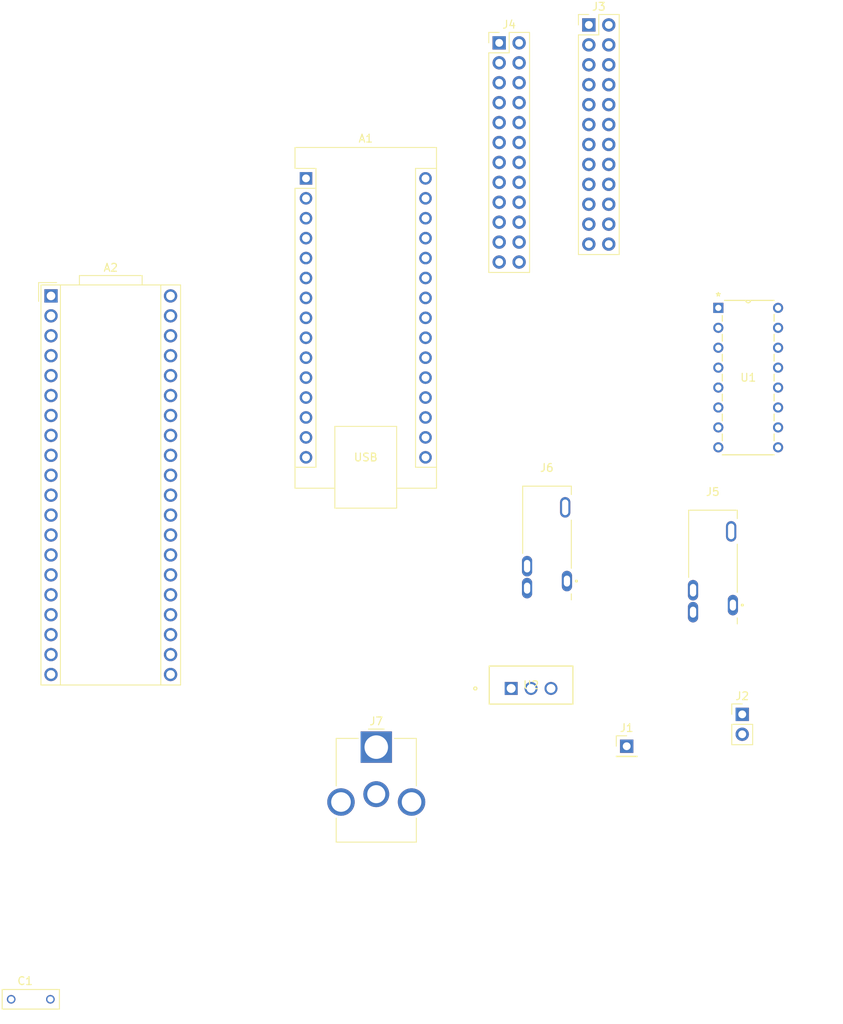
<source format=kicad_pcb>
(kicad_pcb (version 20240108) (generator "pcbnew") (generator_version "8.0")
  (layers (0 "F.Cu" signal) (31 "B.Cu" signal) (34 "B.Paste" user) (35 "F.Paste" user) (36 "B.SilkS" user "B.Silkscreen") (37 "F.SilkS" user "F.Silkscreen") (38 "B.Mask" user) (39 "F.Mask" user) (44 "Edge.Cuts" user))
  (net 0 "")
  (net 1 "Net-(A1-SCL{slash}A5)")
  (net 2 "Net-(A1-D6)")
  (net 3 "Net-(A1-SCK)")
  (net 4 "Net-(A1-D4)")
  (net 5 "Net-(A1-D8)")
  (net 6 "Net-(A1-MISO)")
  (net 9 "GND")
  (net 10 "Net-(A1-D3)")
  (net 11 "Net-(A1-TX1)")
  (net 12 "Net-(A1-D2)")
  (net 13 "Net-(A1-A0)")
  (net 14 "Net-(A1-SDA{slash}A4)")
  (net 15 "Net-(A1-A2)")
  (net 17 "Net-(A1-A6)")
  (net 19 "Net-(A1-RX1)")
  (net 20 "Net-(A1-MOSI)")
  (net 21 "Vin")
  (net 23 "Net-(A1-D5)")
  (net 25 "Net-(A1-A1)")
  (net 26 "Net-(A1-D10)")
  (net 27 "Net-(A1-A3)")
  (net 28 "Net-(A1-D9)")
  (net 29 "Net-(A1-D7)")
  (net 33 "Net-(A2-3V3_D)")
  (net 35 "Net-(A2-AUDIO_OUT_2)")
  (net 37 "Net-(A2-AUDIO_IN_1)")
  (net 38 "Net-(A2-USART1_TX)")
  (net 44 "Net-(A2-AUDIO_OUT_1)")
  (net 52 "Net-(A2-USART1_RX)")
  (net 54 "Net-(A2-AUDIO_IN_2)")
  (net 58 "VCC")
  (net 59 "Net-(J2-Pin_1)")
  (footprint "Connector_PinHeader_2.54mm:PinHeader_2x12_P2.54mm_Vertical" (layer "F.Cu") (at 153.67 30.226)
    (property "Reference" "J4" (at 1.27 -2.33 0) (layer "F.SilkS"))
    (property "Value" "Conn_02x12_Odd_Even")
    (fp_line (start -1.33 -1.33) (end 0 -1.33) (stroke (width 0.12)) (layer "F.SilkS"))
    (fp_line (start -1.33 0) (end -1.33 -1.33) (stroke (width 0.12)) (layer "F.SilkS"))
    (fp_line (start -1.33 1.27) (end -1.33 29.27) (stroke (width 0.12)) (layer "F.SilkS"))
    (fp_line (start -1.33 1.27) (end 1.27 1.27) (stroke (width 0.12)) (layer "F.SilkS"))
    (fp_line (start -1.33 29.27) (end 3.87 29.27) (stroke (width 0.12)) (layer "F.SilkS"))
    (fp_line (start 1.27 -1.33) (end 3.87 -1.33) (stroke (width 0.12)) (layer "F.SilkS"))
    (fp_line (start 1.27 1.27) (end 1.27 -1.33) (stroke (width 0.12)) (layer "F.SilkS"))
    (fp_line (start 3.87 -1.33) (end 3.87 29.27) (stroke (width 0.12)) (layer "F.SilkS"))
    (pad "1" thru_hole rect (at 0 0) (size 1.7 1.7) (drill 1) (layers "*.Cu" "*.Mask") (net 13 "Net-(A1-A0)"))
    (pad "2" thru_hole oval (at 2.54 0) (size 1.7 1.7) (drill 1) (layers "*.Cu" "*.Mask") (net 25 "Net-(A1-A1)"))
    (pad "3" thru_hole oval (at 0 2.54) (size 1.7 1.7) (drill 1) (layers "*.Cu" "*.Mask") (net 15 "Net-(A1-A2)"))
    (pad "4" thru_hole oval (at 2.54 2.54) (size 1.7 1.7) (drill 1) (layers "*.Cu" "*.Mask") (net 27 "Net-(A1-A3)"))
    (pad "5" thru_hole oval (at 0 5.08) (size 1.7 1.7) (drill 1) (layers "*.Cu" "*.Mask") (net 14 "Net-(A1-SDA{slash}A4)"))
    (pad "6" thru_hole oval (at 2.54 5.08) (size 1.7 1.7) (drill 1) (layers "*.Cu" "*.Mask") (net 12 "Net-(A1-D2)"))
    (pad "7" thru_hole oval (at 0 7.62) (size 1.7 1.7) (drill 1) (layers "*.Cu" "*.Mask") (net 10 "Net-(A1-D3)"))
    (pad "8" thru_hole oval (at 2.54 7.62) (size 1.7 1.7) (drill 1) (layers "*.Cu" "*.Mask") (net 4 "Net-(A1-D4)"))
    (pad "9" thru_hole oval (at 0 10.16) (size 1.7 1.7) (drill 1) (layers "*.Cu" "*.Mask") (net 23 "Net-(A1-D5)"))
    (pad "10" thru_hole oval (at 2.54 10.16) (size 1.7 1.7) (drill 1) (layers "*.Cu" "*.Mask") (net 2 "Net-(A1-D6)"))
    (pad "11" thru_hole oval (at 0 12.7) (size 1.7 1.7) (drill 1) (layers "*.Cu" "*.Mask") (net 29 "Net-(A1-D7)"))
    (pad "12" thru_hole oval (at 2.54 12.7) (size 1.7 1.7) (drill 1) (layers "*.Cu" "*.Mask") (net 5 "Net-(A1-D8)"))
    (pad "13" thru_hole oval (at 0 15.24) (size 1.7 1.7) (drill 1) (layers "*.Cu" "*.Mask") (net 28 "Net-(A1-D9)"))
    (pad "14" thru_hole oval (at 2.54 15.24) (size 1.7 1.7) (drill 1) (layers "*.Cu" "*.Mask") (net 26 "Net-(A1-D10)"))
    (pad "15" thru_hole oval (at 0 17.78) (size 1.7 1.7) (drill 1) (layers "*.Cu" "*.Mask") (net 20 "Net-(A1-MOSI)"))
    (pad "16" thru_hole oval (at 2.54 17.78) (size 1.7 1.7) (drill 1) (layers "*.Cu" "*.Mask") (net 6 "Net-(A1-MISO)"))
    (pad "17" thru_hole oval (at 0 20.32) (size 1.7 1.7) (drill 1) (layers "*.Cu" "*.Mask") (net 3 "Net-(A1-SCK)"))
    (pad "18" thru_hole oval (at 2.54 20.32) (size 1.7 1.7) (drill 1) (layers "*.Cu" "*.Mask") (net 1 "Net-(A1-SCL{slash}A5)"))
    (pad "19" thru_hole oval (at 0 22.86) (size 1.7 1.7) (drill 1) (layers "*.Cu" "*.Mask") (net 17 "Net-(A1-A6)"))
    (pad "20" thru_hole oval (at 2.54 22.86) (size 1.7 1.7) (drill 1) (layers "*.Cu" "*.Mask") (net 58 "VCC"))
    (pad "21" thru_hole oval (at 0 25.4) (size 1.7 1.7) (drill 1) (layers "*.Cu" "*.Mask") (net 9 "GND"))
    (pad "22" thru_hole oval (at 2.54 25.4) (size 1.7 1.7) (drill 1) (layers "*.Cu" "*.Mask") (net 58 "VCC"))
    (pad "23" thru_hole oval (at 0 27.94) (size 1.7 1.7) (drill 1) (layers "*.Cu" "*.Mask") (net 9 "GND"))
    (pad "24" thru_hole oval (at 2.54 27.94) (size 1.7 1.7) (drill 1) (layers "*.Cu" "*.Mask") (net 58 "VCC"))
  )
  (footprint "Connector_BarrelJack:BarrelJack_CUI_PJ-063AH_Horizontal_CircularHoles" (layer "F.Cu") (at 137.994 120)
    (property "Reference" "J7" (at 0 -3.3 0) (layer "F.SilkS"))
    (property "Value" "Barrel_Jack_Switch_Pin3Ring")
    (fp_line (start -5.11 -1.11) (end -2.3 -1.11) (stroke (width 0.12)) (layer "F.SilkS"))
    (fp_line (start -5.11 4.95) (end -5.11 -1.11) (stroke (width 0.12)) (layer "F.SilkS"))
    (fp_line (start -5.11 12.11) (end -5.11 9.05) (stroke (width 0.12)) (layer "F.SilkS"))
    (fp_line (start -1 -2.3) (end 1 -2.3) (stroke (width 0.12)) (layer "F.SilkS"))
    (fp_line (start 2.3 -1.11) (end 5.11 -1.11) (stroke (width 0.12)) (layer "F.SilkS"))
    (fp_line (start 5.11 -1.11) (end 5.11 4.95) (stroke (width 0.12)) (layer "F.SilkS"))
    (fp_line (start 5.11 9.05) (end 5.11 12.11) (stroke (width 0.12)) (layer "F.SilkS"))
    (fp_line (start 5.11 12.11) (end -5.11 12.11) (stroke (width 0.12)) (layer "F.SilkS"))
    (pad "" np_thru_hole circle (at 0 9) (size 1.6 1.6) (drill 1.6) (layers "*.Cu" "*.Mask"))
    (pad "1" thru_hole rect (at 0 0) (size 4 4) (drill 3) (layers "*.Cu" "*.Mask") (net 21 "Vin"))
    (pad "2" thru_hole circle (at 0 6) (size 3.3 3.3) (drill 2.3) (layers "*.Cu" "*.Mask"))
    (pad "MP" thru_hole circle (at -4.5 7) (size 3.5 3.5) (drill 2.5) (layers "*.Cu" "*.Mask"))
    (pad "MP" thru_hole circle (at 4.5 7) (size 3.5 3.5) (drill 2.5) (layers "*.Cu" "*.Mask"))
  )
  (footprint "Module:Arduino_Nano" (layer "F.Cu") (at 129.032 47.498)
    (property "Reference" "A1" (at 7.62 -5.08 0) (layer "F.SilkS"))
    (property "Value" "Arduino_Nano_Every")
    (fp_line (start -1.4 -3.94) (end -1.4 -1.27) (stroke (width 0.12)) (layer "F.SilkS"))
    (fp_line (start -1.4 1.27) (end -1.4 39.5) (stroke (width 0.12)) (layer "F.SilkS"))
    (fp_line (start -1.4 39.5) (end 3.68 39.5) (stroke (width 0.12)) (layer "F.SilkS"))
    (fp_line (start 1.27 -1.27) (end -1.4 -1.27) (stroke (width 0.12)) (layer "F.SilkS"))
    (fp_line (start 1.27 1.27) (end -1.4 1.27) (stroke (width 0.12)) (layer "F.SilkS"))
    (fp_line (start 1.27 1.27) (end 1.27 -1.27) (stroke (width 0.12)) (layer "F.SilkS"))
    (fp_line (start 1.27 1.27) (end 1.27 36.83) (stroke (width 0.12)) (layer "F.SilkS"))
    (fp_line (start 1.27 36.83) (end -1.4 36.83) (stroke (width 0.12)) (layer "F.SilkS"))
    (fp_line (start 3.68 31.62) (end 11.56 31.62) (stroke (width 0.12)) (layer "F.SilkS"))
    (fp_line (start 3.68 42.04) (end 3.68 31.62) (stroke (width 0.12)) (layer "F.SilkS"))
    (fp_line (start 11.56 31.62) (end 11.56 42.04) (stroke (width 0.12)) (layer "F.SilkS"))
    (fp_line (start 11.56 42.04) (end 3.68 42.04) (stroke (width 0.12)) (layer "F.SilkS"))
    (fp_line (start 13.97 -1.27) (end 13.97 36.83) (stroke (width 0.12)) (layer "F.SilkS"))
    (fp_line (start 13.97 -1.27) (end 16.64 -1.27) (stroke (width 0.12)) (layer "F.SilkS"))
    (fp_line (start 13.97 36.83) (end 16.64 36.83) (stroke (width 0.12)) (layer "F.SilkS"))
    (fp_line (start 16.64 -3.94) (end -1.4 -3.94) (stroke (width 0.12)) (layer "F.SilkS"))
    (fp_line (start 16.64 39.5) (end 11.56 39.5) (stroke (width 0.12)) (layer "F.SilkS"))
    (fp_line (start 16.64 39.5) (end 16.64 -3.94) (stroke (width 0.12)) (layer "F.SilkS"))
    (fp_text user "USB" (at 7.62 35.56 0) (layer "F.SilkS"))
    (pad "1" thru_hole rect (at 0 0) (size 1.6 1.6) (drill 1) (layers "*.Cu" "*.Mask") (net 11 "Net-(A1-TX1)"))
    (pad "2" thru_hole oval (at 0 2.54) (size 1.6 1.6) (drill 1) (layers "*.Cu" "*.Mask") (net 19 "Net-(A1-RX1)"))
    (pad "3" thru_hole oval (at 0 5.08) (size 1.6 1.6) (drill 1) (layers "*.Cu" "*.Mask"))
    (pad "4" thru_hole oval (at 0 7.62) (size 1.6 1.6) (drill 1) (layers "*.Cu" "*.Mask") (net 9 "GND"))
    (pad "5" thru_hole oval (at 0 10.16) (size 1.6 1.6) (drill 1) (layers "*.Cu" "*.Mask") (net 12 "Net-(A1-D2)"))
    (pad "6" thru_hole oval (at 0 12.7) (size 1.6 1.6) (drill 1) (layers "*.Cu" "*.Mask") (net 10 "Net-(A1-D3)"))
    (pad "7" thru_hole oval (at 0 15.24) (size 1.6 1.6) (drill 1) (layers "*.Cu" "*.Mask") (net 4 "Net-(A1-D4)"))
    (pad "8" thru_hole oval (at 0 17.78) (size 1.6 1.6) (drill 1) (layers "*.Cu" "*.Mask") (net 23 "Net-(A1-D5)"))
    (pad "9" thru_hole oval (at 0 20.32) (size 1.6 1.6) (drill 1) (layers "*.Cu" "*.Mask") (net 2 "Net-(A1-D6)"))
    (pad "10" thru_hole oval (at 0 22.86) (size 1.6 1.6) (drill 1) (layers "*.Cu" "*.Mask") (net 29 "Net-(A1-D7)"))
    (pad "11" thru_hole oval (at 0 25.4) (size 1.6 1.6) (drill 1) (layers "*.Cu" "*.Mask") (net 5 "Net-(A1-D8)"))
    (pad "12" thru_hole oval (at 0 27.94) (size 1.6 1.6) (drill 1) (layers "*.Cu" "*.Mask") (net 28 "Net-(A1-D9)"))
    (pad "13" thru_hole oval (at 0 30.48) (size 1.6 1.6) (drill 1) (layers "*.Cu" "*.Mask") (net 26 "Net-(A1-D10)"))
    (pad "14" thru_hole oval (at 0 33.02) (size 1.6 1.6) (drill 1) (layers "*.Cu" "*.Mask") (net 20 "Net-(A1-MOSI)"))
    (pad "15" thru_hole oval (at 0 35.56) (size 1.6 1.6) (drill 1) (layers "*.Cu" "*.Mask") (net 6 "Net-(A1-MISO)"))
    (pad "16" thru_hole oval (at 15.24 35.56) (size 1.6 1.6) (drill 1) (layers "*.Cu" "*.Mask") (net 3 "Net-(A1-SCK)"))
    (pad "17" thru_hole oval (at 15.24 33.02) (size 1.6 1.6) (drill 1) (layers "*.Cu" "*.Mask"))
    (pad "18" thru_hole oval (at 15.24 30.48) (size 1.6 1.6) (drill 1) (layers "*.Cu" "*.Mask"))
    (pad "19" thru_hole oval (at 15.24 27.94) (size 1.6 1.6) (drill 1) (layers "*.Cu" "*.Mask") (net 13 "Net-(A1-A0)"))
    (pad "20" thru_hole oval (at 15.24 25.4) (size 1.6 1.6) (drill 1) (layers "*.Cu" "*.Mask") (net 25 "Net-(A1-A1)"))
    (pad "21" thru_hole oval (at 15.24 22.86) (size 1.6 1.6) (drill 1) (layers "*.Cu" "*.Mask") (net 15 "Net-(A1-A2)"))
    (pad "22" thru_hole oval (at 15.24 20.32) (size 1.6 1.6) (drill 1) (layers "*.Cu" "*.Mask") (net 27 "Net-(A1-A3)"))
    (pad "23" thru_hole oval (at 15.24 17.78) (size 1.6 1.6) (drill 1) (layers "*.Cu" "*.Mask") (net 14 "Net-(A1-SDA{slash}A4)"))
    (pad "24" thru_hole oval (at 15.24 15.24) (size 1.6 1.6) (drill 1) (layers "*.Cu" "*.Mask") (net 1 "Net-(A1-SCL{slash}A5)"))
    (pad "25" thru_hole oval (at 15.24 12.7) (size 1.6 1.6) (drill 1) (layers "*.Cu" "*.Mask") (net 17 "Net-(A1-A6)"))
    (pad "26" thru_hole oval (at 15.24 10.16) (size 1.6 1.6) (drill 1) (layers "*.Cu" "*.Mask"))
    (pad "27" thru_hole oval (at 15.24 7.62) (size 1.6 1.6) (drill 1) (layers "*.Cu" "*.Mask"))
    (pad "28" thru_hole oval (at 15.24 5.08) (size 1.6 1.6) (drill 1) (layers "*.Cu" "*.Mask"))
    (pad "29" thru_hole oval (at 15.24 2.54) (size 1.6 1.6) (drill 1) (layers "*.Cu" "*.Mask") (net 9 "GND"))
    (pad "30" thru_hole oval (at 15.24 0) (size 1.6 1.6) (drill 1) (layers "*.Cu" "*.Mask") (net 21 "Vin"))
  )
  (footprint "Connector_PinHeader_2.54mm:PinHeader_1x02_P2.54mm_Vertical" (layer "F.Cu") (at 184.658 115.824)
    (property "Reference" "J2" (at 0 -2.33 0) (layer "F.SilkS"))
    (property "Value" "Conn_01x02_Pin")
    (fp_line (start -1.33 -1.33) (end 0 -1.33) (stroke (width 0.12)) (layer "F.SilkS"))
    (fp_line (start -1.33 0) (end -1.33 -1.33) (stroke (width 0.12)) (layer "F.SilkS"))
    (fp_line (start -1.33 1.27) (end -1.33 3.87) (stroke (width 0.12)) (layer "F.SilkS"))
    (fp_line (start -1.33 1.27) (end 1.33 1.27) (stroke (width 0.12)) (layer "F.SilkS"))
    (fp_line (start -1.33 3.87) (end 1.33 3.87) (stroke (width 0.12)) (layer "F.SilkS"))
    (fp_line (start 1.33 1.27) (end 1.33 3.87) (stroke (width 0.12)) (layer "F.SilkS"))
    (pad "1" thru_hole rect (at 0 0) (size 1.7 1.7) (drill 1) (layers "*.Cu" "*.Mask") (net 59 "Net-(J2-Pin_1)"))
    (pad "2" thru_hole oval (at 0 2.54) (size 1.7 1.7) (drill 1) (layers "*.Cu" "*.Mask") (net 9 "GND"))
  )
  (footprint "SJ3_35083C_TR:SAMESKY_SJ3-35083C-TR" (layer "F.Cu") (at 180.92575 97.298)
    (property "Reference" "J5" (at -0.025 -9.835 0) (layer "F.SilkS"))
    (property "Value" "SJ3-35083C-TR")
    (fp_line (start -3.1 -7.5) (end -3.1 1.072) (stroke (width 0.127)) (layer "F.SilkS"))
    (fp_line (start 3.1 -7.5) (end -3.1 -7.5) (stroke (width 0.127)) (layer "F.SilkS"))
    (fp_line (start 3.1 -6.428) (end 3.1 -7.5) (stroke (width 0.127)) (layer "F.SilkS"))
    (fp_line (start 3.1 -3.172) (end 3.1 2.972) (stroke (width 0.127)) (layer "F.SilkS"))
    (fp_line (start 3.1 6.228) (end 3.1 7) (stroke (width 0.127)) (layer "F.SilkS"))
    (fp_circle (center 3.75 4.6) (end 3.85 4.6) (stroke (width 0.2)) (fill none) (layer "F.SilkS"))
    (pad "" np_thru_hole circle (at 0 -3.5) (size 1.8 1.8) (drill 1.8) (layers "*.Cu" "*.Mask"))
    (pad "" np_thru_hole circle (at 0 3.5) (size 1.8 1.8) (drill 1.8) (layers "*.Cu" "*.Mask"))
    (pad "1" thru_hole oval (at 2.54 4.6) (size 1.308 2.616) (drill oval 0.8 1.4) (layers "*.Cu" "*.Mask") (net 9 "GND"))
    (pad "2" thru_hole oval (at 2.32 -4.8) (size 1.308 2.616) (drill oval 0.8 2) (layers "*.Cu" "*.Mask") (net 35 "Net-(A2-AUDIO_OUT_2)"))
    (pad "4" thru_hole oval (at -2.54 5.5) (size 1.308 2.616) (drill oval 0.8 1.4) (layers "*.Cu" "*.Mask"))
    (pad "5" thru_hole oval (at -2.54 2.7) (size 1.308 2.616) (drill oval 0.8 1.6) (layers "*.Cu" "*.Mask") (net 44 "Net-(A2-AUDIO_OUT_1)"))
  )
  (footprint "CD40109BE:N16" (layer "F.Cu") (at 189.23 81.788)
    (property "Reference" "U1" (at -3.81 -8.89 0) (layer "F.SilkS"))
    (property "Value" "CD40109BE")
    (fp_line (start -7.112 -16.79956) (end -7.112 -16.078569) (stroke (width 0.1524)) (layer "F.SilkS"))
    (fp_line (start -7.112 -14.401431) (end -7.112 -13.538569) (stroke (width 0.1524)) (layer "F.SilkS"))
    (fp_line (start -7.112 -11.861431) (end -7.112 -10.998569) (stroke (width 0.1524)) (layer "F.SilkS"))
    (fp_line (start -7.112 -9.321431) (end -7.112 -8.458569) (stroke (width 0.1524)) (layer "F.SilkS"))
    (fp_line (start -7.112 -6.781431) (end -7.112 -5.918569) (stroke (width 0.1524)) (layer "F.SilkS"))
    (fp_line (start -7.112 -4.241431) (end -7.112 -3.378569) (stroke (width 0.1524)) (layer "F.SilkS"))
    (fp_line (start -7.112 -1.701431) (end -7.112 -0.838569) (stroke (width 0.1524)) (layer "F.SilkS"))
    (fp_line (start -7.112 0.9525) (end -0.508 0.9525) (stroke (width 0.1524)) (layer "F.SilkS"))
    (fp_line (start -0.508 -18.7325) (end -6.838835 -18.7325) (stroke (width 0.1524)) (layer "F.SilkS"))
    (fp_line (start -0.508 -16.078569) (end -0.508 -16.941431) (stroke (width 0.1524)) (layer "F.SilkS"))
    (fp_line (start -0.508 -13.538569) (end -0.508 -14.401431) (stroke (width 0.1524)) (layer "F.SilkS"))
    (fp_line (start -0.508 -10.998569) (end -0.508 -11.861431) (stroke (width 0.1524)) (layer "F.SilkS"))
    (fp_line (start -0.508 -8.458569) (end -0.508 -9.321431) (stroke (width 0.1524)) (layer "F.SilkS"))
    (fp_line (start -0.508 -5.918569) (end -0.508 -6.781431) (stroke (width 0.1524)) (layer "F.SilkS"))
    (fp_line (start -0.508 -3.378569) (end -0.508 -4.241431) (stroke (width 0.1524)) (layer "F.SilkS"))
    (fp_line (start -0.508 -0.838569) (end -0.508 -1.701431) (stroke (width 0.1524)) (layer "F.SilkS"))
    (fp_arc (start -3.5052 -18.7325) (mid -3.81 -18.4277) (end -4.1148 -18.7325) (stroke (width 0.1524)) (layer "F.SilkS"))
    (fp_text user "*" (at -7.62 -19.1897 0) (layer "F.SilkS"))
    (fp_text user "*" (at -7.62 -19.1897 0) (layer "F.SilkS"))
    (pad "1" thru_hole rect (at -7.62 -17.78) (size 1.2954 1.2954) (drill 0.7874) (layers "*.Cu" "*.Mask") (net 33 "Net-(A2-3V3_D)"))
    (pad "2" thru_hole circle (at -7.62 -15.24) (size 1.2954 1.2954) (drill 0.7874) (layers "*.Cu" "*.Mask") (net 33 "Net-(A2-3V3_D)"))
    (pad "3" thru_hole circle (at -7.62 -12.7) (size 1.2954 1.2954) (drill 0.7874) (layers "*.Cu" "*.Mask") (net 38 "Net-(A2-USART1_TX)"))
    (pad "4" thru_hole circle (at -7.62 -10.16) (size 1.2954 1.2954) (drill 0.7874) (layers "*.Cu" "*.Mask") (net 19 "Net-(A1-RX1)"))
    (pad "5" thru_hole circle (at -7.62 -7.62) (size 1.2954 1.2954) (drill 0.7874) (layers "*.Cu" "*.Mask"))
    (pad "6" thru_hole circle (at -7.62 -5.08) (size 1.2954 1.2954) (drill 0.7874) (layers "*.Cu" "*.Mask") (net 9 "GND"))
    (pad "7" thru_hole circle (at -7.62 -2.54) (size 1.2954 1.2954) (drill 0.7874) (layers "*.Cu" "*.Mask") (net 9 "GND"))
    (pad "8" thru_hole circle (at -7.62 0) (size 1.2954 1.2954) (drill 0.7874) (layers "*.Cu" "*.Mask") (net 9 "GND"))
    (pad "9" thru_hole circle (at 0 0) (size 1.2954 1.2954) (drill 0.7874) (layers "*.Cu" "*.Mask") (net 9 "GND"))
    (pad "10" thru_hole circle (at 0 -2.54) (size 1.2954 1.2954) (drill 0.7874) (layers "*.Cu" "*.Mask") (net 9 "GND"))
    (pad "11" thru_hole circle (at 0 -5.08) (size 1.2954 1.2954) (drill 0.7874) (layers "*.Cu" "*.Mask"))
    (pad "12" thru_hole circle (at 0 -7.62) (size 1.2954 1.2954) (drill 0.7874) (layers "*.Cu" "*.Mask"))
    (pad "13" thru_hole circle (at 0 -10.16) (size 1.2954 1.2954) (drill 0.7874) (layers "*.Cu" "*.Mask"))
    (pad "14" thru_hole circle (at 0 -12.7) (size 1.2954 1.2954) (drill 0.7874) (layers "*.Cu" "*.Mask") (net 9 "GND"))
    (pad "15" thru_hole circle (at 0 -15.24) (size 1.2954 1.2954) (drill 0.7874) (layers "*.Cu" "*.Mask") (net 9 "GND"))
    (pad "16" thru_hole circle (at 0 -17.78) (size 1.2954 1.2954) (drill 0.7874) (layers "*.Cu" "*.Mask") (net 58 "VCC"))
  )
  (footprint "Connector_PinHeader_2.54mm:PinHeader_1x01_P2.54mm_Vertical" (layer "F.Cu") (at 169.926 119.888)
    (property "Reference" "J1" (at 0 -2.33 0) (layer "F.SilkS"))
    (property "Value" "Conn_01x01_Pin")
    (fp_line (start -1.33 -1.33) (end 0 -1.33) (stroke (width 0.12)) (layer "F.SilkS"))
    (fp_line (start -1.33 0) (end -1.33 -1.33) (stroke (width 0.12)) (layer "F.SilkS"))
    (fp_line (start -1.33 1.27) (end -1.33 1.33) (stroke (width 0.12)) (layer "F.SilkS"))
    (fp_line (start -1.33 1.27) (end 1.33 1.27) (stroke (width 0.12)) (layer "F.SilkS"))
    (fp_line (start -1.33 1.33) (end 1.33 1.33) (stroke (width 0.12)) (layer "F.SilkS"))
    (fp_line (start 1.33 1.27) (end 1.33 1.33) (stroke (width 0.12)) (layer "F.SilkS"))
    (pad "1" thru_hole rect (at 0 0) (size 1.7 1.7) (drill 1) (layers "*.Cu" "*.Mask") (net 58 "VCC"))
  )
  (footprint "Module:Electrosmith_Daisy_Seed" (layer "F.Cu") (at 96.52 62.484)
    (property "Reference" "A2" (at 7.62 -3.6 0) (layer "F.SilkS"))
    (property "Value" "Electrosmith_Daisy_Seed_Rev4")
    (fp_line (start -1.58 -1.7) (end -1.58 0.7) (stroke (width 0.12)) (layer "F.SilkS"))
    (fp_line (start -1.28 -1.4) (end 16.52 -1.4) (stroke (width 0.12)) (layer "F.SilkS"))
    (fp_line (start -1.28 49.6) (end -1.28 -1.4) (stroke (width 0.12)) (layer "F.SilkS"))
    (fp_line (start 0.72 -1.7) (end -1.58 -1.7) (stroke (width 0.12)) (layer "F.SilkS"))
    (fp_line (start 1.2 -1.4) (end 1.2 49.6) (stroke (width 0.12)) (layer "F.SilkS"))
    (fp_line (start 3.62 -2.6) (end 11.62 -2.6) (stroke (width 0.12)) (layer "F.SilkS"))
    (fp_line (start 3.62 -1.4) (end 3.62 -2.6) (stroke (width 0.12)) (layer "F.SilkS"))
    (fp_line (start 11.62 -2.6) (end 11.62 -1.4) (stroke (width 0.12)) (layer "F.SilkS"))
    (fp_line (start 14 -1.4) (end 14 49.6) (stroke (width 0.12)) (layer "F.SilkS"))
    (fp_line (start 16.52 -1.4) (end 16.52 49.6) (stroke (width 0.12)) (layer "F.SilkS"))
    (fp_line (start 16.52 49.6) (end -1.28 49.6) (stroke (width 0.12)) (layer "F.SilkS"))
    (pad "1" thru_hole rect (at 0 0) (size 1.7 1.7) (drill 1.1) (layers "*.Cu" "*.Mask"))
    (pad "2" thru_hole circle (at 0 2.54) (size 1.7 1.7) (drill 1.1) (layers "*.Cu" "*.Mask"))
    (pad "3" thru_hole circle (at 0 5.08) (size 1.7 1.7) (drill 1.1) (layers "*.Cu" "*.Mask"))
    (pad "4" thru_hole circle (at 0 7.62) (size 1.7 1.7) (drill 1.1) (layers "*.Cu" "*.Mask"))
    (pad "5" thru_hole circle (at 0 10.16) (size 1.7 1.7) (drill 1.1) (layers "*.Cu" "*.Mask"))
    (pad "6" thru_hole circle (at 0 12.7) (size 1.7 1.7) (drill 1.1) (layers "*.Cu" "*.Mask"))
    (pad "7" thru_hole circle (at 0 15.24) (size 1.7 1.7) (drill 1.1) (layers "*.Cu" "*.Mask"))
    (pad "8" thru_hole circle (at 0 17.78) (size 1.7 1.7) (drill 1.1) (layers "*.Cu" "*.Mask"))
    (pad "9" thru_hole circle (at 0 20.32) (size 1.7 1.7) (drill 1.1) (layers "*.Cu" "*.Mask"))
    (pad "10" thru_hole circle (at 0 22.86) (size 1.7 1.7) (drill 1.1) (layers "*.Cu" "*.Mask"))
    (pad "11" thru_hole circle (at 0 25.4) (size 1.7 1.7) (drill 1.1) (layers "*.Cu" "*.Mask"))
    (pad "12" thru_hole circle (at 0 27.94) (size 1.7 1.7) (drill 1.1) (layers "*.Cu" "*.Mask"))
    (pad "13" thru_hole circle (at 0 30.48) (size 1.7 1.7) (drill 1.1) (layers "*.Cu" "*.Mask"))
    (pad "14" thru_hole circle (at 0 33.02) (size 1.7 1.7) (drill 1.1) (layers "*.Cu" "*.Mask") (net 38 "Net-(A2-USART1_TX)"))
    (pad "15" thru_hole circle (at 0 35.56) (size 1.7 1.7) (drill 1.1) (layers "*.Cu" "*.Mask") (net 52 "Net-(A2-USART1_RX)"))
    (pad "16" thru_hole circle (at 0 38.1) (size 1.7 1.7) (drill 1.1) (layers "*.Cu" "*.Mask") (net 37 "Net-(A2-AUDIO_IN_1)"))
    (pad "17" thru_hole circle (at 0 40.64) (size 1.7 1.7) (drill 1.1) (layers "*.Cu" "*.Mask") (net 54 "Net-(A2-AUDIO_IN_2)"))
    (pad "18" thru_hole circle (at 0 43.18) (size 1.7 1.7) (drill 1.1) (layers "*.Cu" "*.Mask") (net 44 "Net-(A2-AUDIO_OUT_1)"))
    (pad "19" thru_hole circle (at 0 45.72) (size 1.7 1.7) (drill 1.1) (layers "*.Cu" "*.Mask") (net 35 "Net-(A2-AUDIO_OUT_2)"))
    (pad "20" thru_hole circle (at 0 48.26) (size 1.7 1.7) (drill 1.1) (layers "*.Cu" "*.Mask") (net 9 "GND"))
    (pad "21" thru_hole circle (at 15.24 48.26) (size 1.7 1.7) (drill 1.1) (layers "*.Cu" "*.Mask"))
    (pad "22" thru_hole circle (at 15.24 45.72) (size 1.7 1.7) (drill 1.1) (layers "*.Cu" "*.Mask"))
    (pad "23" thru_hole circle (at 15.24 43.18) (size 1.7 1.7) (drill 1.1) (layers "*.Cu" "*.Mask"))
    (pad "24" thru_hole circle (at 15.24 40.64) (size 1.7 1.7) (drill 1.1) (layers "*.Cu" "*.Mask"))
    (pad "25" thru_hole circle (at 15.24 38.1) (size 1.7 1.7) (drill 1.1) (layers "*.Cu" "*.Mask"))
    (pad "26" thru_hole circle (at 15.24 35.56) (size 1.7 1.7) (drill 1.1) (layers "*.Cu" "*.Mask"))
    (pad "27" thru_hole circle (at 15.24 33.02) (size 1.7 1.7) (drill 1.1) (layers "*.Cu" "*.Mask"))
    (pad "28" thru_hole circle (at 15.24 30.48) (size 1.7 1.7) (drill 1.1) (layers "*.Cu" "*.Mask"))
    (pad "29" thru_hole circle (at 15.24 27.94) (size 1.7 1.7) (drill 1.1) (layers "*.Cu" "*.Mask"))
    (pad "30" thru_hole circle (at 15.24 25.4) (size 1.7 1.7) (drill 1.1) (layers "*.Cu" "*.Mask"))
    (pad "31" thru_hole circle (at 15.24 22.86) (size 1.7 1.7) (drill 1.1) (layers "*.Cu" "*.Mask"))
    (pad "32" thru_hole circle (at 15.24 20.32) (size 1.7 1.7) (drill 1.1) (layers "*.Cu" "*.Mask"))
    (pad "33" thru_hole circle (at 15.24 17.78) (size 1.7 1.7) (drill 1.1) (layers "*.Cu" "*.Mask"))
    (pad "34" thru_hole circle (at 15.24 15.24) (size 1.7 1.7) (drill 1.1) (layers "*.Cu" "*.Mask"))
    (pad "35" thru_hole circle (at 15.24 12.7) (size 1.7 1.7) (drill 1.1) (layers "*.Cu" "*.Mask"))
    (pad "36" thru_hole circle (at 15.24 10.16) (size 1.7 1.7) (drill 1.1) (layers "*.Cu" "*.Mask"))
    (pad "37" thru_hole circle (at 15.24 7.62) (size 1.7 1.7) (drill 1.1) (layers "*.Cu" "*.Mask"))
    (pad "38" thru_hole circle (at 15.24 5.08) (size 1.7 1.7) (drill 1.1) (layers "*.Cu" "*.Mask") (net 33 "Net-(A2-3V3_D)"))
    (pad "39" thru_hole circle (at 15.24 2.54) (size 1.7 1.7) (drill 1.1) (layers "*.Cu" "*.Mask") (net 21 "Vin"))
    (pad "40" thru_hole circle (at 15.24 0) (size 1.7 1.7) (drill 1.1) (layers "*.Cu" "*.Mask") (net 9 "GND"))
  )
  (footprint "L78M05CV:TO-220_STM" (layer "F.Cu") (at 155.194 112.522)
    (property "Reference" "U2" (at 2.54 -0.4318 0) (layer "F.SilkS"))
    (property "Value" "L78M05CV")
    (fp_line (start -2.794 -2.8575) (end -2.794 1.9939) (stroke (width 0.1524)) (layer "F.SilkS"))
    (fp_line (start -2.794 1.9939) (end 7.874 1.9939) (stroke (width 0.1524)) (layer "F.SilkS"))
    (fp_line (start 7.874 -2.8575) (end -2.794 -2.8575) (stroke (width 0.1524)) (layer "F.SilkS"))
    (fp_line (start 7.874 1.9939) (end 7.874 -2.8575) (stroke (width 0.1524)) (layer "F.SilkS"))
    (fp_circle (center -4.572 0) (end -4.3688 0) (stroke (width 0.1524)) (fill none) (layer "F.SilkS"))
    (pad "1" thru_hole rect (at 0 0) (size 1.651 1.651) (drill 1.143) (layers "*.Cu" "*.Mask") (net 21 "Vin"))
    (pad "2" thru_hole circle (at 2.54 0) (size 1.651 1.651) (drill 1.143) (layers "*.Cu" "*.Mask") (net 9 "GND"))
    (pad "3" thru_hole circle (at 5.08 0) (size 1.651 1.651) (drill 1.143) (layers "*.Cu" "*.Mask") (net 58 "VCC"))
  )
  (footprint "Connector_PinHeader_2.54mm:PinHeader_2x12_P2.54mm_Vertical" (layer "F.Cu") (at 165.1 27.94)
    (property "Reference" "J3" (at 1.27 -2.33 0) (layer "F.SilkS"))
    (property "Value" "Conn_02x12_Odd_Even")
    (fp_line (start -1.33 -1.33) (end 0 -1.33) (stroke (width 0.12)) (layer "F.SilkS"))
    (fp_line (start -1.33 0) (end -1.33 -1.33) (stroke (width 0.12)) (layer "F.SilkS"))
    (fp_line (start -1.33 1.27) (end -1.33 29.27) (stroke (width 0.12)) (layer "F.SilkS"))
    (fp_line (start -1.33 1.27) (end 1.27 1.27) (stroke (width 0.12)) (layer "F.SilkS"))
    (fp_line (start -1.33 29.27) (end 3.87 29.27) (stroke (width 0.12)) (layer "F.SilkS"))
    (fp_line (start 1.27 -1.33) (end 3.87 -1.33) (stroke (width 0.12)) (layer "F.SilkS"))
    (fp_line (start 1.27 1.27) (end 1.27 -1.33) (stroke (width 0.12)) (layer "F.SilkS"))
    (fp_line (start 3.87 -1.33) (end 3.87 29.27) (stroke (width 0.12)) (layer "F.SilkS"))
    (pad "1" thru_hole rect (at 0 0) (size 1.7 1.7) (drill 1) (layers "*.Cu" "*.Mask") (net 13 "Net-(A1-A0)"))
    (pad "2" thru_hole oval (at 2.54 0) (size 1.7 1.7) (drill 1) (layers "*.Cu" "*.Mask") (net 25 "Net-(A1-A1)"))
    (pad "3" thru_hole oval (at 0 2.54) (size 1.7 1.7) (drill 1) (layers "*.Cu" "*.Mask") (net 15 "Net-(A1-A2)"))
    (pad "4" thru_hole oval (at 2.54 2.54) (size 1.7 1.7) (drill 1) (layers "*.Cu" "*.Mask") (net 27 "Net-(A1-A3)"))
    (pad "5" thru_hole oval (at 0 5.08) (size 1.7 1.7) (drill 1) (layers "*.Cu" "*.Mask") (net 14 "Net-(A1-SDA{slash}A4)"))
    (pad "6" thru_hole oval (at 2.54 5.08) (size 1.7 1.7) (drill 1) (layers "*.Cu" "*.Mask") (net 12 "Net-(A1-D2)"))
    (pad "7" thru_hole oval (at 0 7.62) (size 1.7 1.7) (drill 1) (layers "*.Cu" "*.Mask") (net 10 "Net-(A1-D3)"))
    (pad "8" thru_hole oval (at 2.54 7.62) (size 1.7 1.7) (drill 1) (layers "*.Cu" "*.Mask") (net 4 "Net-(A1-D4)"))
    (pad "9" thru_hole oval (at 0 10.16) (size 1.7 1.7) (drill 1) (layers "*.Cu" "*.Mask") (net 23 "Net-(A1-D5)"))
    (pad "10" thru_hole oval (at 2.54 10.16) (size 1.7 1.7) (drill 1) (layers "*.Cu" "*.Mask") (net 2 "Net-(A1-D6)"))
    (pad "11" thru_hole oval (at 0 12.7) (size 1.7 1.7) (drill 1) (layers "*.Cu" "*.Mask") (net 29 "Net-(A1-D7)"))
    (pad "12" thru_hole oval (at 2.54 12.7) (size 1.7 1.7) (drill 1) (layers "*.Cu" "*.Mask") (net 5 "Net-(A1-D8)"))
    (pad "13" thru_hole oval (at 0 15.24) (size 1.7 1.7) (drill 1) (layers "*.Cu" "*.Mask") (net 28 "Net-(A1-D9)"))
    (pad "14" thru_hole oval (at 2.54 15.24) (size 1.7 1.7) (drill 1) (layers "*.Cu" "*.Mask") (net 26 "Net-(A1-D10)"))
    (pad "15" thru_hole oval (at 0 17.78) (size 1.7 1.7) (drill 1) (layers "*.Cu" "*.Mask") (net 20 "Net-(A1-MOSI)"))
    (pad "16" thru_hole oval (at 2.54 17.78) (size 1.7 1.7) (drill 1) (layers "*.Cu" "*.Mask") (net 6 "Net-(A1-MISO)"))
    (pad "17" thru_hole oval (at 0 20.32) (size 1.7 1.7) (drill 1) (layers "*.Cu" "*.Mask") (net 3 "Net-(A1-SCK)"))
    (pad "18" thru_hole oval (at 2.54 20.32) (size 1.7 1.7) (drill 1) (layers "*.Cu" "*.Mask") (net 1 "Net-(A1-SCL{slash}A5)"))
    (pad "19" thru_hole oval (at 0 22.86) (size 1.7 1.7) (drill 1) (layers "*.Cu" "*.Mask") (net 17 "Net-(A1-A6)"))
    (pad "20" thru_hole oval (at 2.54 22.86) (size 1.7 1.7) (drill 1) (layers "*.Cu" "*.Mask") (net 58 "VCC"))
    (pad "21" thru_hole oval (at 0 25.4) (size 1.7 1.7) (drill 1) (layers "*.Cu" "*.Mask") (net 9 "GND"))
    (pad "22" thru_hole oval (at 2.54 25.4) (size 1.7 1.7) (drill 1) (layers "*.Cu" "*.Mask") (net 58 "VCC"))
    (pad "23" thru_hole oval (at 0 27.94) (size 1.7 1.7) (drill 1) (layers "*.Cu" "*.Mask") (net 9 "GND"))
    (pad "24" thru_hole oval (at 2.54 27.94) (size 1.7 1.7) (drill 1) (layers "*.Cu" "*.Mask") (net 58 "VCC"))
  )
  (footprint "SJ3_35083C_TR:SAMESKY_SJ3-35083C-TR" (layer "F.Cu") (at 159.766 94.234)
    (property "Reference" "J6" (at -0.025 -9.835 0) (layer "F.SilkS"))
    (property "Value" "SJ3-35083C-TR")
    (fp_line (start -3.1 -7.5) (end -3.1 1.072) (stroke (width 0.127)) (layer "F.SilkS"))
    (fp_line (start 3.1 -7.5) (end -3.1 -7.5) (stroke (width 0.127)) (layer "F.SilkS"))
    (fp_line (start 3.1 -6.428) (end 3.1 -7.5) (stroke (width 0.127)) (layer "F.SilkS"))
    (fp_line (start 3.1 -3.172) (end 3.1 2.972) (stroke (width 0.127)) (layer "F.SilkS"))
    (fp_line (start 3.1 6.228) (end 3.1 7) (stroke (width 0.127)) (layer "F.SilkS"))
    (fp_circle (center 3.75 4.6) (end 3.85 4.6) (stroke (width 0.2)) (fill none) (layer "F.SilkS"))
    (pad "" np_thru_hole circle (at 0 -3.5) (size 1.8 1.8) (drill 1.8) (layers "*.Cu" "*.Mask"))
    (pad "" np_thru_hole circle (at 0 3.5) (size 1.8 1.8) (drill 1.8) (layers "*.Cu" "*.Mask"))
    (pad "1" thru_hole oval (at 2.54 4.6) (size 1.308 2.616) (drill oval 0.8 1.4) (layers "*.Cu" "*.Mask") (net 9 "GND"))
    (pad "2" thru_hole oval (at 2.32 -4.8) (size 1.308 2.616) (drill oval 0.8 2) (layers "*.Cu" "*.Mask") (net 54 "Net-(A2-AUDIO_IN_2)"))
    (pad "4" thru_hole oval (at -2.54 5.5) (size 1.308 2.616) (drill oval 0.8 1.4) (layers "*.Cu" "*.Mask"))
    (pad "5" thru_hole oval (at -2.54 2.7) (size 1.308 2.616) (drill oval 0.8 1.6) (layers "*.Cu" "*.Mask") (net 37 "Net-(A2-AUDIO_IN_1)"))
  )
  (footprint "B32529C0102K289:CAPRR500W50L730T250H650" (layer "F.Cu") (at 93.94 152.146)
    (property "Reference" "C1" (at -0.725 -2.335 0) (layer "F.SilkS"))
    (property "Value" "B32529C0102K289")
    (fp_line (start -3.65 -1.25) (end -3.65 1.25) (stroke (width 0.127)) (layer "F.SilkS"))
    (fp_line (start -3.65 -1.25) (end 3.65 -1.25) (stroke (width 0.127)) (layer "F.SilkS"))
    (fp_line (start -3.65 1.25) (end 3.65 1.25) (stroke (width 0.127)) (layer "F.SilkS"))
    (fp_line (start 3.65 -1.25) (end 3.65 1.25) (stroke (width 0.127)) (layer "F.SilkS"))
    (pad "1" thru_hole circle (at -2.5 0) (size 1.1 1.1) (drill 0.75) (layers "*.Cu" "*.Mask") (net 9 "GND"))
    (pad "2" thru_hole circle (at 2.5 0) (size 1.1 1.1) (drill 0.75) (layers "*.Cu" "*.Mask") (net 58 "VCC"))
  )
)
</source>
